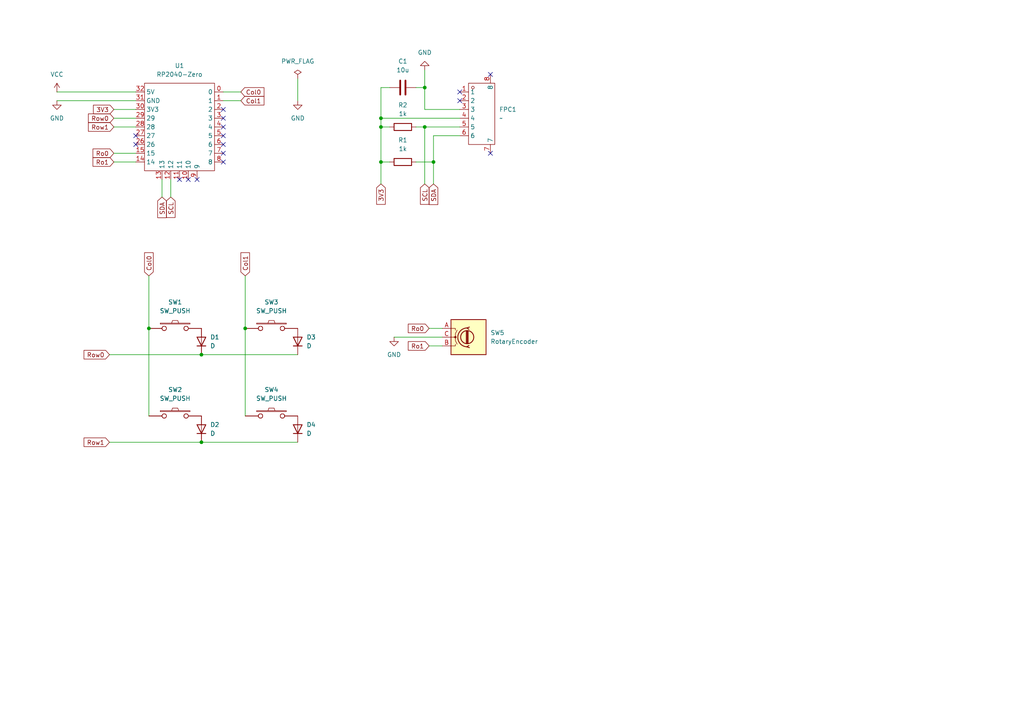
<source format=kicad_sch>
(kicad_sch
	(version 20250114)
	(generator "eeschema")
	(generator_version "9.0")
	(uuid "7a604562-b6af-4d20-abc5-e5d25282a53d")
	(paper "A4")
	(lib_symbols
		(symbol "Device:C"
			(pin_numbers
				(hide yes)
			)
			(pin_names
				(offset 0.254)
			)
			(exclude_from_sim no)
			(in_bom yes)
			(on_board yes)
			(property "Reference" "C"
				(at 0.635 2.54 0)
				(effects
					(font
						(size 1.27 1.27)
					)
					(justify left)
				)
			)
			(property "Value" "C"
				(at 0.635 -2.54 0)
				(effects
					(font
						(size 1.27 1.27)
					)
					(justify left)
				)
			)
			(property "Footprint" ""
				(at 0.9652 -3.81 0)
				(effects
					(font
						(size 1.27 1.27)
					)
					(hide yes)
				)
			)
			(property "Datasheet" "~"
				(at 0 0 0)
				(effects
					(font
						(size 1.27 1.27)
					)
					(hide yes)
				)
			)
			(property "Description" "Unpolarized capacitor"
				(at 0 0 0)
				(effects
					(font
						(size 1.27 1.27)
					)
					(hide yes)
				)
			)
			(property "ki_keywords" "cap capacitor"
				(at 0 0 0)
				(effects
					(font
						(size 1.27 1.27)
					)
					(hide yes)
				)
			)
			(property "ki_fp_filters" "C_*"
				(at 0 0 0)
				(effects
					(font
						(size 1.27 1.27)
					)
					(hide yes)
				)
			)
			(symbol "C_0_1"
				(polyline
					(pts
						(xy -2.032 0.762) (xy 2.032 0.762)
					)
					(stroke
						(width 0.508)
						(type default)
					)
					(fill
						(type none)
					)
				)
				(polyline
					(pts
						(xy -2.032 -0.762) (xy 2.032 -0.762)
					)
					(stroke
						(width 0.508)
						(type default)
					)
					(fill
						(type none)
					)
				)
			)
			(symbol "C_1_1"
				(pin passive line
					(at 0 3.81 270)
					(length 2.794)
					(name "~"
						(effects
							(font
								(size 1.27 1.27)
							)
						)
					)
					(number "1"
						(effects
							(font
								(size 1.27 1.27)
							)
						)
					)
				)
				(pin passive line
					(at 0 -3.81 90)
					(length 2.794)
					(name "~"
						(effects
							(font
								(size 1.27 1.27)
							)
						)
					)
					(number "2"
						(effects
							(font
								(size 1.27 1.27)
							)
						)
					)
				)
			)
			(embedded_fonts no)
		)
		(symbol "Device:D"
			(pin_numbers
				(hide yes)
			)
			(pin_names
				(offset 1.016)
				(hide yes)
			)
			(exclude_from_sim no)
			(in_bom yes)
			(on_board yes)
			(property "Reference" "D"
				(at 0 2.54 0)
				(effects
					(font
						(size 1.27 1.27)
					)
				)
			)
			(property "Value" "D"
				(at 0 -2.54 0)
				(effects
					(font
						(size 1.27 1.27)
					)
				)
			)
			(property "Footprint" ""
				(at 0 0 0)
				(effects
					(font
						(size 1.27 1.27)
					)
					(hide yes)
				)
			)
			(property "Datasheet" "~"
				(at 0 0 0)
				(effects
					(font
						(size 1.27 1.27)
					)
					(hide yes)
				)
			)
			(property "Description" "Diode"
				(at 0 0 0)
				(effects
					(font
						(size 1.27 1.27)
					)
					(hide yes)
				)
			)
			(property "Sim.Device" "D"
				(at 0 0 0)
				(effects
					(font
						(size 1.27 1.27)
					)
					(hide yes)
				)
			)
			(property "Sim.Pins" "1=K 2=A"
				(at 0 0 0)
				(effects
					(font
						(size 1.27 1.27)
					)
					(hide yes)
				)
			)
			(property "ki_keywords" "diode"
				(at 0 0 0)
				(effects
					(font
						(size 1.27 1.27)
					)
					(hide yes)
				)
			)
			(property "ki_fp_filters" "TO-???* *_Diode_* *SingleDiode* D_*"
				(at 0 0 0)
				(effects
					(font
						(size 1.27 1.27)
					)
					(hide yes)
				)
			)
			(symbol "D_0_1"
				(polyline
					(pts
						(xy -1.27 1.27) (xy -1.27 -1.27)
					)
					(stroke
						(width 0.254)
						(type default)
					)
					(fill
						(type none)
					)
				)
				(polyline
					(pts
						(xy 1.27 1.27) (xy 1.27 -1.27) (xy -1.27 0) (xy 1.27 1.27)
					)
					(stroke
						(width 0.254)
						(type default)
					)
					(fill
						(type none)
					)
				)
				(polyline
					(pts
						(xy 1.27 0) (xy -1.27 0)
					)
					(stroke
						(width 0)
						(type default)
					)
					(fill
						(type none)
					)
				)
			)
			(symbol "D_1_1"
				(pin passive line
					(at -3.81 0 0)
					(length 2.54)
					(name "K"
						(effects
							(font
								(size 1.27 1.27)
							)
						)
					)
					(number "1"
						(effects
							(font
								(size 1.27 1.27)
							)
						)
					)
				)
				(pin passive line
					(at 3.81 0 180)
					(length 2.54)
					(name "A"
						(effects
							(font
								(size 1.27 1.27)
							)
						)
					)
					(number "2"
						(effects
							(font
								(size 1.27 1.27)
							)
						)
					)
				)
			)
			(embedded_fonts no)
		)
		(symbol "Device:R"
			(pin_numbers
				(hide yes)
			)
			(pin_names
				(offset 0)
			)
			(exclude_from_sim no)
			(in_bom yes)
			(on_board yes)
			(property "Reference" "R"
				(at 2.032 0 90)
				(effects
					(font
						(size 1.27 1.27)
					)
				)
			)
			(property "Value" "R"
				(at 0 0 90)
				(effects
					(font
						(size 1.27 1.27)
					)
				)
			)
			(property "Footprint" ""
				(at -1.778 0 90)
				(effects
					(font
						(size 1.27 1.27)
					)
					(hide yes)
				)
			)
			(property "Datasheet" "~"
				(at 0 0 0)
				(effects
					(font
						(size 1.27 1.27)
					)
					(hide yes)
				)
			)
			(property "Description" "Resistor"
				(at 0 0 0)
				(effects
					(font
						(size 1.27 1.27)
					)
					(hide yes)
				)
			)
			(property "ki_keywords" "R res resistor"
				(at 0 0 0)
				(effects
					(font
						(size 1.27 1.27)
					)
					(hide yes)
				)
			)
			(property "ki_fp_filters" "R_*"
				(at 0 0 0)
				(effects
					(font
						(size 1.27 1.27)
					)
					(hide yes)
				)
			)
			(symbol "R_0_1"
				(rectangle
					(start -1.016 -2.54)
					(end 1.016 2.54)
					(stroke
						(width 0.254)
						(type default)
					)
					(fill
						(type none)
					)
				)
			)
			(symbol "R_1_1"
				(pin passive line
					(at 0 3.81 270)
					(length 1.27)
					(name "~"
						(effects
							(font
								(size 1.27 1.27)
							)
						)
					)
					(number "1"
						(effects
							(font
								(size 1.27 1.27)
							)
						)
					)
				)
				(pin passive line
					(at 0 -3.81 90)
					(length 1.27)
					(name "~"
						(effects
							(font
								(size 1.27 1.27)
							)
						)
					)
					(number "2"
						(effects
							(font
								(size 1.27 1.27)
							)
						)
					)
				)
			)
			(embedded_fonts no)
		)
		(symbol "Device:RotaryEncoder"
			(pin_names
				(offset 0.254)
				(hide yes)
			)
			(exclude_from_sim no)
			(in_bom yes)
			(on_board yes)
			(property "Reference" "SW"
				(at 0 6.604 0)
				(effects
					(font
						(size 1.27 1.27)
					)
				)
			)
			(property "Value" "RotaryEncoder"
				(at 0 -6.604 0)
				(effects
					(font
						(size 1.27 1.27)
					)
				)
			)
			(property "Footprint" ""
				(at -3.81 4.064 0)
				(effects
					(font
						(size 1.27 1.27)
					)
					(hide yes)
				)
			)
			(property "Datasheet" "~"
				(at 0 6.604 0)
				(effects
					(font
						(size 1.27 1.27)
					)
					(hide yes)
				)
			)
			(property "Description" "Rotary encoder, dual channel, incremental quadrate outputs"
				(at 0 0 0)
				(effects
					(font
						(size 1.27 1.27)
					)
					(hide yes)
				)
			)
			(property "ki_keywords" "rotary switch encoder"
				(at 0 0 0)
				(effects
					(font
						(size 1.27 1.27)
					)
					(hide yes)
				)
			)
			(property "ki_fp_filters" "RotaryEncoder*"
				(at 0 0 0)
				(effects
					(font
						(size 1.27 1.27)
					)
					(hide yes)
				)
			)
			(symbol "RotaryEncoder_0_1"
				(rectangle
					(start -5.08 5.08)
					(end 5.08 -5.08)
					(stroke
						(width 0.254)
						(type default)
					)
					(fill
						(type background)
					)
				)
				(polyline
					(pts
						(xy -5.08 2.54) (xy -3.81 2.54) (xy -3.81 2.032)
					)
					(stroke
						(width 0)
						(type default)
					)
					(fill
						(type none)
					)
				)
				(polyline
					(pts
						(xy -5.08 0) (xy -3.81 0) (xy -3.81 -1.016) (xy -3.302 -2.032)
					)
					(stroke
						(width 0)
						(type default)
					)
					(fill
						(type none)
					)
				)
				(polyline
					(pts
						(xy -5.08 -2.54) (xy -3.81 -2.54) (xy -3.81 -2.032)
					)
					(stroke
						(width 0)
						(type default)
					)
					(fill
						(type none)
					)
				)
				(polyline
					(pts
						(xy -4.318 0) (xy -3.81 0) (xy -3.81 1.016) (xy -3.302 2.032)
					)
					(stroke
						(width 0)
						(type default)
					)
					(fill
						(type none)
					)
				)
				(circle
					(center -3.81 0)
					(radius 0.254)
					(stroke
						(width 0)
						(type default)
					)
					(fill
						(type outline)
					)
				)
				(polyline
					(pts
						(xy -0.635 -1.778) (xy -0.635 1.778)
					)
					(stroke
						(width 0.254)
						(type default)
					)
					(fill
						(type none)
					)
				)
				(circle
					(center -0.381 0)
					(radius 1.905)
					(stroke
						(width 0.254)
						(type default)
					)
					(fill
						(type none)
					)
				)
				(polyline
					(pts
						(xy -0.381 -1.778) (xy -0.381 1.778)
					)
					(stroke
						(width 0.254)
						(type default)
					)
					(fill
						(type none)
					)
				)
				(arc
					(start -0.381 -2.794)
					(mid -3.0988 -0.0635)
					(end -0.381 2.667)
					(stroke
						(width 0.254)
						(type default)
					)
					(fill
						(type none)
					)
				)
				(polyline
					(pts
						(xy -0.127 1.778) (xy -0.127 -1.778)
					)
					(stroke
						(width 0.254)
						(type default)
					)
					(fill
						(type none)
					)
				)
				(polyline
					(pts
						(xy 0.254 2.921) (xy -0.508 2.667) (xy 0.127 2.286)
					)
					(stroke
						(width 0.254)
						(type default)
					)
					(fill
						(type none)
					)
				)
				(polyline
					(pts
						(xy 0.254 -3.048) (xy -0.508 -2.794) (xy 0.127 -2.413)
					)
					(stroke
						(width 0.254)
						(type default)
					)
					(fill
						(type none)
					)
				)
			)
			(symbol "RotaryEncoder_1_1"
				(pin passive line
					(at -7.62 2.54 0)
					(length 2.54)
					(name "A"
						(effects
							(font
								(size 1.27 1.27)
							)
						)
					)
					(number "A"
						(effects
							(font
								(size 1.27 1.27)
							)
						)
					)
				)
				(pin passive line
					(at -7.62 0 0)
					(length 2.54)
					(name "C"
						(effects
							(font
								(size 1.27 1.27)
							)
						)
					)
					(number "C"
						(effects
							(font
								(size 1.27 1.27)
							)
						)
					)
				)
				(pin passive line
					(at -7.62 -2.54 0)
					(length 2.54)
					(name "B"
						(effects
							(font
								(size 1.27 1.27)
							)
						)
					)
					(number "B"
						(effects
							(font
								(size 1.27 1.27)
							)
						)
					)
				)
			)
			(embedded_fonts no)
		)
		(symbol "ProLib_pcs_2025-11-23:FPC-05F-6PH20"
			(exclude_from_sim no)
			(in_bom yes)
			(on_board yes)
			(property "Reference" "FPC"
				(at 0 0 0)
				(effects
					(font
						(size 1.27 1.27)
					)
				)
			)
			(property "Value" ""
				(at 0 0 0)
				(effects
					(font
						(size 1.27 1.27)
					)
				)
			)
			(property "Footprint" "ProLib_pcs_2025-11-23:FPC-SMD_6P-P0.50_XUNPU_FPC-05F-6PH20"
				(at 0 0 0)
				(effects
					(font
						(size 1.27 1.27)
					)
					(hide yes)
				)
			)
			(property "Datasheet" "https://item.szlcsc.com/datasheet/FPC-05F-6PH20/3056894.html"
				(at 0 0 0)
				(effects
					(font
						(size 1.27 1.27)
					)
					(hide yes)
				)
			)
			(property "Description" "Locking Feature:Hinged Lid Contact Type:Surface Mount Number of Contacts:6P Pitch:0.5mm Mounting Type:Bottom Contact FFC, FCB Thickness:0.3mm FFC, FCB Thickness:0.3mm Height Above Board:2mm Contact Material:Phosphor Bronze Contact Plating:Tin Operating Te"
				(at 0 0 0)
				(effects
					(font
						(size 1.27 1.27)
					)
					(hide yes)
				)
			)
			(property "Manufacturer Part" "FPC-05F-6PH20"
				(at 0 0 0)
				(effects
					(font
						(size 1.27 1.27)
					)
					(hide yes)
				)
			)
			(property "Manufacturer" "XUNPU(讯普)"
				(at 0 0 0)
				(effects
					(font
						(size 1.27 1.27)
					)
					(hide yes)
				)
			)
			(property "Supplier Part" "C2856796"
				(at 0 0 0)
				(effects
					(font
						(size 1.27 1.27)
					)
					(hide yes)
				)
			)
			(property "Supplier" "LCSC"
				(at 0 0 0)
				(effects
					(font
						(size 1.27 1.27)
					)
					(hide yes)
				)
			)
			(property "LCSC Part Name" "翻盖式 卧贴 P数:6P 间距:0.5mm"
				(at 0 0 0)
				(effects
					(font
						(size 1.27 1.27)
					)
					(hide yes)
				)
			)
			(symbol "FPC-05F-6PH20_1_0"
				(rectangle
					(start -2.54 -8.89)
					(end 5.08 8.89)
					(stroke
						(width 0)
						(type default)
					)
					(fill
						(type none)
					)
				)
				(circle
					(center -1.27 7.62)
					(radius 0.381)
					(stroke
						(width 0)
						(type default)
					)
					(fill
						(type none)
					)
				)
				(pin input line
					(at -5.08 6.35 0)
					(length 2.54)
					(name "1"
						(effects
							(font
								(size 1.27 1.27)
							)
						)
					)
					(number "1"
						(effects
							(font
								(size 1.27 1.27)
							)
						)
					)
				)
				(pin input line
					(at -5.08 3.81 0)
					(length 2.54)
					(name "2"
						(effects
							(font
								(size 1.27 1.27)
							)
						)
					)
					(number "2"
						(effects
							(font
								(size 1.27 1.27)
							)
						)
					)
				)
				(pin input line
					(at -5.08 1.27 0)
					(length 2.54)
					(name "3"
						(effects
							(font
								(size 1.27 1.27)
							)
						)
					)
					(number "3"
						(effects
							(font
								(size 1.27 1.27)
							)
						)
					)
				)
				(pin input line
					(at -5.08 -1.27 0)
					(length 2.54)
					(name "4"
						(effects
							(font
								(size 1.27 1.27)
							)
						)
					)
					(number "4"
						(effects
							(font
								(size 1.27 1.27)
							)
						)
					)
				)
				(pin input line
					(at -5.08 -3.81 0)
					(length 2.54)
					(name "5"
						(effects
							(font
								(size 1.27 1.27)
							)
						)
					)
					(number "5"
						(effects
							(font
								(size 1.27 1.27)
							)
						)
					)
				)
				(pin input line
					(at -5.08 -6.35 0)
					(length 2.54)
					(name "6"
						(effects
							(font
								(size 1.27 1.27)
							)
						)
					)
					(number "6"
						(effects
							(font
								(size 1.27 1.27)
							)
						)
					)
				)
				(pin input line
					(at 3.81 11.43 270)
					(length 2.54)
					(name "8"
						(effects
							(font
								(size 1.27 1.27)
							)
						)
					)
					(number "8"
						(effects
							(font
								(size 1.27 1.27)
							)
						)
					)
				)
				(pin input line
					(at 3.81 -11.43 90)
					(length 2.54)
					(name "7"
						(effects
							(font
								(size 1.27 1.27)
							)
						)
					)
					(number "7"
						(effects
							(font
								(size 1.27 1.27)
							)
						)
					)
				)
			)
			(embedded_fonts no)
		)
		(symbol "isw-mcu:RP2040-Zero"
			(exclude_from_sim no)
			(in_bom yes)
			(on_board yes)
			(property "Reference" "U"
				(at 0 17.78 0)
				(effects
					(font
						(size 1.27 1.27)
					)
				)
			)
			(property "Value" "RP2040-Zero"
				(at 0 15.24 0)
				(effects
					(font
						(size 1.27 1.27)
					)
				)
			)
			(property "Footprint" ""
				(at 0 15.24 0)
				(effects
					(font
						(size 1.27 1.27)
					)
					(hide yes)
				)
			)
			(property "Datasheet" ""
				(at 0 15.24 0)
				(effects
					(font
						(size 1.27 1.27)
					)
					(hide yes)
				)
			)
			(property "Description" ""
				(at 0 0 0)
				(effects
					(font
						(size 1.27 1.27)
					)
					(hide yes)
				)
			)
			(symbol "RP2040-Zero_0_1"
				(rectangle
					(start -10.16 12.7)
					(end 10.16 -12.7)
					(stroke
						(width 0)
						(type default)
					)
					(fill
						(type none)
					)
				)
			)
			(symbol "RP2040-Zero_1_1"
				(pin power_out line
					(at -12.7 10.16 0)
					(length 2.54)
					(name "5V"
						(effects
							(font
								(size 1.27 1.27)
							)
						)
					)
					(number "32"
						(effects
							(font
								(size 1.27 1.27)
							)
						)
					)
				)
				(pin power_in line
					(at -12.7 7.62 0)
					(length 2.54)
					(name "GND"
						(effects
							(font
								(size 1.27 1.27)
							)
						)
					)
					(number "31"
						(effects
							(font
								(size 1.27 1.27)
							)
						)
					)
				)
				(pin power_out line
					(at -12.7 5.08 0)
					(length 2.54)
					(name "3V3"
						(effects
							(font
								(size 1.27 1.27)
							)
						)
					)
					(number "30"
						(effects
							(font
								(size 1.27 1.27)
							)
						)
					)
				)
				(pin bidirectional line
					(at -12.7 2.54 0)
					(length 2.54)
					(name "29"
						(effects
							(font
								(size 1.27 1.27)
							)
						)
					)
					(number "29"
						(effects
							(font
								(size 1.27 1.27)
							)
						)
					)
				)
				(pin bidirectional line
					(at -12.7 0 0)
					(length 2.54)
					(name "28"
						(effects
							(font
								(size 1.27 1.27)
							)
						)
					)
					(number "28"
						(effects
							(font
								(size 1.27 1.27)
							)
						)
					)
				)
				(pin bidirectional line
					(at -12.7 -2.54 0)
					(length 2.54)
					(name "27"
						(effects
							(font
								(size 1.27 1.27)
							)
						)
					)
					(number "27"
						(effects
							(font
								(size 1.27 1.27)
							)
						)
					)
				)
				(pin bidirectional line
					(at -12.7 -5.08 0)
					(length 2.54)
					(name "26"
						(effects
							(font
								(size 1.27 1.27)
							)
						)
					)
					(number "26"
						(effects
							(font
								(size 1.27 1.27)
							)
						)
					)
				)
				(pin bidirectional line
					(at -12.7 -7.62 0)
					(length 2.54)
					(name "15"
						(effects
							(font
								(size 1.27 1.27)
							)
						)
					)
					(number "15"
						(effects
							(font
								(size 1.27 1.27)
							)
						)
					)
				)
				(pin bidirectional line
					(at -12.7 -10.16 0)
					(length 2.54)
					(name "14"
						(effects
							(font
								(size 1.27 1.27)
							)
						)
					)
					(number "14"
						(effects
							(font
								(size 1.27 1.27)
							)
						)
					)
				)
				(pin bidirectional line
					(at -5.08 -15.24 90)
					(length 2.54)
					(name "13"
						(effects
							(font
								(size 1.27 1.27)
							)
						)
					)
					(number "13"
						(effects
							(font
								(size 1.27 1.27)
							)
						)
					)
				)
				(pin bidirectional line
					(at -2.54 -15.24 90)
					(length 2.54)
					(name "12"
						(effects
							(font
								(size 1.27 1.27)
							)
						)
					)
					(number "12"
						(effects
							(font
								(size 1.27 1.27)
							)
						)
					)
				)
				(pin bidirectional line
					(at 0 -15.24 90)
					(length 2.54)
					(name "11"
						(effects
							(font
								(size 1.27 1.27)
							)
						)
					)
					(number "11"
						(effects
							(font
								(size 1.27 1.27)
							)
						)
					)
				)
				(pin bidirectional line
					(at 2.54 -15.24 90)
					(length 2.54)
					(name "10"
						(effects
							(font
								(size 1.27 1.27)
							)
						)
					)
					(number "10"
						(effects
							(font
								(size 1.27 1.27)
							)
						)
					)
				)
				(pin bidirectional line
					(at 5.08 -15.24 90)
					(length 2.54)
					(name "9"
						(effects
							(font
								(size 1.27 1.27)
							)
						)
					)
					(number "9"
						(effects
							(font
								(size 1.27 1.27)
							)
						)
					)
				)
				(pin tri_state line
					(at 12.7 10.16 180)
					(length 2.54)
					(name "0"
						(effects
							(font
								(size 1.27 1.27)
							)
						)
					)
					(number "0"
						(effects
							(font
								(size 1.27 1.27)
							)
						)
					)
				)
				(pin bidirectional line
					(at 12.7 7.62 180)
					(length 2.54)
					(name "1"
						(effects
							(font
								(size 1.27 1.27)
							)
						)
					)
					(number "1"
						(effects
							(font
								(size 1.27 1.27)
							)
						)
					)
				)
				(pin bidirectional line
					(at 12.7 5.08 180)
					(length 2.54)
					(name "2"
						(effects
							(font
								(size 1.27 1.27)
							)
						)
					)
					(number "2"
						(effects
							(font
								(size 1.27 1.27)
							)
						)
					)
				)
				(pin bidirectional line
					(at 12.7 2.54 180)
					(length 2.54)
					(name "3"
						(effects
							(font
								(size 1.27 1.27)
							)
						)
					)
					(number "3"
						(effects
							(font
								(size 1.27 1.27)
							)
						)
					)
				)
				(pin bidirectional line
					(at 12.7 0 180)
					(length 2.54)
					(name "4"
						(effects
							(font
								(size 1.27 1.27)
							)
						)
					)
					(number "4"
						(effects
							(font
								(size 1.27 1.27)
							)
						)
					)
				)
				(pin bidirectional line
					(at 12.7 -2.54 180)
					(length 2.54)
					(name "5"
						(effects
							(font
								(size 1.27 1.27)
							)
						)
					)
					(number "5"
						(effects
							(font
								(size 1.27 1.27)
							)
						)
					)
				)
				(pin bidirectional line
					(at 12.7 -5.08 180)
					(length 2.54)
					(name "6"
						(effects
							(font
								(size 1.27 1.27)
							)
						)
					)
					(number "6"
						(effects
							(font
								(size 1.27 1.27)
							)
						)
					)
				)
				(pin bidirectional line
					(at 12.7 -7.62 180)
					(length 2.54)
					(name "7"
						(effects
							(font
								(size 1.27 1.27)
							)
						)
					)
					(number "7"
						(effects
							(font
								(size 1.27 1.27)
							)
						)
					)
				)
				(pin bidirectional line
					(at 12.7 -10.16 180)
					(length 2.54)
					(name "8"
						(effects
							(font
								(size 1.27 1.27)
							)
						)
					)
					(number "8"
						(effects
							(font
								(size 1.27 1.27)
							)
						)
					)
				)
			)
			(embedded_fonts no)
		)
		(symbol "kbd:SW_PUSH"
			(pin_numbers
				(hide yes)
			)
			(pin_names
				(offset 1.016)
				(hide yes)
			)
			(exclude_from_sim no)
			(in_bom yes)
			(on_board yes)
			(property "Reference" "SW"
				(at 3.81 2.794 0)
				(effects
					(font
						(size 1.27 1.27)
					)
				)
			)
			(property "Value" "SW_PUSH"
				(at 0 -2.032 0)
				(effects
					(font
						(size 1.27 1.27)
					)
				)
			)
			(property "Footprint" ""
				(at 0 0 0)
				(effects
					(font
						(size 1.27 1.27)
					)
				)
			)
			(property "Datasheet" ""
				(at 0 0 0)
				(effects
					(font
						(size 1.27 1.27)
					)
				)
			)
			(property "Description" ""
				(at 0 0 0)
				(effects
					(font
						(size 1.27 1.27)
					)
					(hide yes)
				)
			)
			(symbol "SW_PUSH_0_1"
				(rectangle
					(start -4.318 1.27)
					(end 4.318 1.524)
					(stroke
						(width 0)
						(type solid)
					)
					(fill
						(type none)
					)
				)
				(polyline
					(pts
						(xy -1.016 1.524) (xy -0.762 2.286) (xy 0.762 2.286) (xy 1.016 1.524)
					)
					(stroke
						(width 0)
						(type solid)
					)
					(fill
						(type none)
					)
				)
				(pin passive inverted
					(at -7.62 0 0)
					(length 5.08)
					(name "1"
						(effects
							(font
								(size 1.27 1.27)
							)
						)
					)
					(number "1"
						(effects
							(font
								(size 1.27 1.27)
							)
						)
					)
				)
				(pin passive inverted
					(at 7.62 0 180)
					(length 5.08)
					(name "2"
						(effects
							(font
								(size 1.27 1.27)
							)
						)
					)
					(number "2"
						(effects
							(font
								(size 1.27 1.27)
							)
						)
					)
				)
			)
			(embedded_fonts no)
		)
		(symbol "power:GND"
			(power)
			(pin_numbers
				(hide yes)
			)
			(pin_names
				(offset 0)
				(hide yes)
			)
			(exclude_from_sim no)
			(in_bom yes)
			(on_board yes)
			(property "Reference" "#PWR"
				(at 0 -6.35 0)
				(effects
					(font
						(size 1.27 1.27)
					)
					(hide yes)
				)
			)
			(property "Value" "GND"
				(at 0 -3.81 0)
				(effects
					(font
						(size 1.27 1.27)
					)
				)
			)
			(property "Footprint" ""
				(at 0 0 0)
				(effects
					(font
						(size 1.27 1.27)
					)
					(hide yes)
				)
			)
			(property "Datasheet" ""
				(at 0 0 0)
				(effects
					(font
						(size 1.27 1.27)
					)
					(hide yes)
				)
			)
			(property "Description" "Power symbol creates a global label with name \"GND\" , ground"
				(at 0 0 0)
				(effects
					(font
						(size 1.27 1.27)
					)
					(hide yes)
				)
			)
			(property "ki_keywords" "global power"
				(at 0 0 0)
				(effects
					(font
						(size 1.27 1.27)
					)
					(hide yes)
				)
			)
			(symbol "GND_0_1"
				(polyline
					(pts
						(xy 0 0) (xy 0 -1.27) (xy 1.27 -1.27) (xy 0 -2.54) (xy -1.27 -1.27) (xy 0 -1.27)
					)
					(stroke
						(width 0)
						(type default)
					)
					(fill
						(type none)
					)
				)
			)
			(symbol "GND_1_1"
				(pin power_in line
					(at 0 0 270)
					(length 0)
					(name "~"
						(effects
							(font
								(size 1.27 1.27)
							)
						)
					)
					(number "1"
						(effects
							(font
								(size 1.27 1.27)
							)
						)
					)
				)
			)
			(embedded_fonts no)
		)
		(symbol "power:PWR_FLAG"
			(power)
			(pin_numbers
				(hide yes)
			)
			(pin_names
				(offset 0)
				(hide yes)
			)
			(exclude_from_sim no)
			(in_bom yes)
			(on_board yes)
			(property "Reference" "#FLG"
				(at 0 1.905 0)
				(effects
					(font
						(size 1.27 1.27)
					)
					(hide yes)
				)
			)
			(property "Value" "PWR_FLAG"
				(at 0 3.81 0)
				(effects
					(font
						(size 1.27 1.27)
					)
				)
			)
			(property "Footprint" ""
				(at 0 0 0)
				(effects
					(font
						(size 1.27 1.27)
					)
					(hide yes)
				)
			)
			(property "Datasheet" "~"
				(at 0 0 0)
				(effects
					(font
						(size 1.27 1.27)
					)
					(hide yes)
				)
			)
			(property "Description" "Special symbol for telling ERC where power comes from"
				(at 0 0 0)
				(effects
					(font
						(size 1.27 1.27)
					)
					(hide yes)
				)
			)
			(property "ki_keywords" "flag power"
				(at 0 0 0)
				(effects
					(font
						(size 1.27 1.27)
					)
					(hide yes)
				)
			)
			(symbol "PWR_FLAG_0_0"
				(pin power_out line
					(at 0 0 90)
					(length 0)
					(name "~"
						(effects
							(font
								(size 1.27 1.27)
							)
						)
					)
					(number "1"
						(effects
							(font
								(size 1.27 1.27)
							)
						)
					)
				)
			)
			(symbol "PWR_FLAG_0_1"
				(polyline
					(pts
						(xy 0 0) (xy 0 1.27) (xy -1.016 1.905) (xy 0 2.54) (xy 1.016 1.905) (xy 0 1.27)
					)
					(stroke
						(width 0)
						(type default)
					)
					(fill
						(type none)
					)
				)
			)
			(embedded_fonts no)
		)
		(symbol "power:VCC"
			(power)
			(pin_numbers
				(hide yes)
			)
			(pin_names
				(offset 0)
				(hide yes)
			)
			(exclude_from_sim no)
			(in_bom yes)
			(on_board yes)
			(property "Reference" "#PWR"
				(at 0 -3.81 0)
				(effects
					(font
						(size 1.27 1.27)
					)
					(hide yes)
				)
			)
			(property "Value" "VCC"
				(at 0 3.556 0)
				(effects
					(font
						(size 1.27 1.27)
					)
				)
			)
			(property "Footprint" ""
				(at 0 0 0)
				(effects
					(font
						(size 1.27 1.27)
					)
					(hide yes)
				)
			)
			(property "Datasheet" ""
				(at 0 0 0)
				(effects
					(font
						(size 1.27 1.27)
					)
					(hide yes)
				)
			)
			(property "Description" "Power symbol creates a global label with name \"VCC\""
				(at 0 0 0)
				(effects
					(font
						(size 1.27 1.27)
					)
					(hide yes)
				)
			)
			(property "ki_keywords" "global power"
				(at 0 0 0)
				(effects
					(font
						(size 1.27 1.27)
					)
					(hide yes)
				)
			)
			(symbol "VCC_0_1"
				(polyline
					(pts
						(xy -0.762 1.27) (xy 0 2.54)
					)
					(stroke
						(width 0)
						(type default)
					)
					(fill
						(type none)
					)
				)
				(polyline
					(pts
						(xy 0 2.54) (xy 0.762 1.27)
					)
					(stroke
						(width 0)
						(type default)
					)
					(fill
						(type none)
					)
				)
				(polyline
					(pts
						(xy 0 0) (xy 0 2.54)
					)
					(stroke
						(width 0)
						(type default)
					)
					(fill
						(type none)
					)
				)
			)
			(symbol "VCC_1_1"
				(pin power_in line
					(at 0 0 90)
					(length 0)
					(name "~"
						(effects
							(font
								(size 1.27 1.27)
							)
						)
					)
					(number "1"
						(effects
							(font
								(size 1.27 1.27)
							)
						)
					)
				)
			)
			(embedded_fonts no)
		)
	)
	(junction
		(at 123.19 25.4)
		(diameter 0)
		(color 0 0 0 0)
		(uuid "0a033ca5-beaa-4da4-b860-2543214cf7e9")
	)
	(junction
		(at 110.49 46.99)
		(diameter 0)
		(color 0 0 0 0)
		(uuid "1667d20d-545a-4188-9945-e93cf96274d8")
	)
	(junction
		(at 110.49 34.29)
		(diameter 0)
		(color 0 0 0 0)
		(uuid "25930639-690f-49ba-882b-f758b11ad914")
	)
	(junction
		(at 125.73 46.99)
		(diameter 0)
		(color 0 0 0 0)
		(uuid "2d902266-720f-4570-a8a6-610ea4745f1b")
	)
	(junction
		(at 71.12 95.25)
		(diameter 0)
		(color 0 0 0 0)
		(uuid "6fb07d88-5686-4da6-bba6-c94429d6b00a")
	)
	(junction
		(at 58.42 102.87)
		(diameter 0)
		(color 0 0 0 0)
		(uuid "8381f8f2-37ce-4412-a692-dfda68c42abd")
	)
	(junction
		(at 58.42 128.27)
		(diameter 0)
		(color 0 0 0 0)
		(uuid "afaac3ff-6177-43a5-8982-3b4bc55204c2")
	)
	(junction
		(at 123.19 36.83)
		(diameter 0)
		(color 0 0 0 0)
		(uuid "b73d725f-cbe9-46a7-a99b-c68d0d598371")
	)
	(junction
		(at 110.49 36.83)
		(diameter 0)
		(color 0 0 0 0)
		(uuid "cc58d1f9-9875-468d-b67b-a9091cbd37d2")
	)
	(junction
		(at 43.18 95.25)
		(diameter 0)
		(color 0 0 0 0)
		(uuid "ddab308e-abda-4743-8a73-2fb1211de5d2")
	)
	(no_connect
		(at 64.77 46.99)
		(uuid "02e8dd05-b88c-4bc5-b4d4-875e1d2b0616")
	)
	(no_connect
		(at 57.15 52.07)
		(uuid "0b2a9c11-29a5-4c62-98d3-dc576eaf695d")
	)
	(no_connect
		(at 54.61 52.07)
		(uuid "0daf3d26-4487-4d00-a49c-148be42bd135")
	)
	(no_connect
		(at 133.35 26.67)
		(uuid "106ba6e0-676d-4ea4-8250-ce18f9de03e6")
	)
	(no_connect
		(at 39.37 41.91)
		(uuid "153357f4-5245-4b15-958e-6962e6b0450b")
	)
	(no_connect
		(at 142.24 44.45)
		(uuid "23f0d799-0f05-4508-8817-04004c616d0d")
	)
	(no_connect
		(at 64.77 36.83)
		(uuid "435444e8-0eae-4ad7-a3a9-33f6d9ed5987")
	)
	(no_connect
		(at 64.77 44.45)
		(uuid "461b8e07-e7e9-456f-be51-a2e308e03e0c")
	)
	(no_connect
		(at 64.77 39.37)
		(uuid "5d664d2e-a5fa-4664-977d-6415f392a975")
	)
	(no_connect
		(at 133.35 29.21)
		(uuid "678dfcb9-ca4e-44da-bd13-15f451f79c60")
	)
	(no_connect
		(at 64.77 31.75)
		(uuid "689a044d-864f-475a-8c56-b1199449a7f5")
	)
	(no_connect
		(at 39.37 39.37)
		(uuid "6aacc0f9-c548-46fd-ac38-ee0b2ebec51f")
	)
	(no_connect
		(at 64.77 34.29)
		(uuid "77c25c88-a23b-4b50-aed6-a873166bd0ca")
	)
	(no_connect
		(at 52.07 52.07)
		(uuid "85a5af03-155d-47b1-8177-6a3a1029d066")
	)
	(no_connect
		(at 142.24 21.59)
		(uuid "db9008d1-9cab-4025-935f-674125f8bdf4")
	)
	(no_connect
		(at 64.77 41.91)
		(uuid "f49489bf-3de8-4ca5-aa1d-14b7aa445661")
	)
	(wire
		(pts
			(xy 120.65 46.99) (xy 125.73 46.99)
		)
		(stroke
			(width 0)
			(type default)
		)
		(uuid "0a9473af-f240-46a3-bb79-4166a839193f")
	)
	(wire
		(pts
			(xy 71.12 80.01) (xy 71.12 95.25)
		)
		(stroke
			(width 0)
			(type default)
		)
		(uuid "11acf964-89eb-479f-bbcd-31bd05f6ecdc")
	)
	(wire
		(pts
			(xy 16.51 29.21) (xy 39.37 29.21)
		)
		(stroke
			(width 0)
			(type default)
		)
		(uuid "11fb6a9a-bcff-49d0-a62c-d15aac3ad820")
	)
	(wire
		(pts
			(xy 125.73 53.34) (xy 125.73 46.99)
		)
		(stroke
			(width 0)
			(type default)
		)
		(uuid "13c06578-2653-4f8b-b6b5-c12b01ec7c4b")
	)
	(wire
		(pts
			(xy 123.19 31.75) (xy 133.35 31.75)
		)
		(stroke
			(width 0)
			(type default)
		)
		(uuid "28db6b0c-e265-49a8-800f-56e3c9001dc4")
	)
	(wire
		(pts
			(xy 120.65 36.83) (xy 123.19 36.83)
		)
		(stroke
			(width 0)
			(type default)
		)
		(uuid "33e87c2c-9105-47f1-a9dd-03b306a22aed")
	)
	(wire
		(pts
			(xy 31.75 102.87) (xy 58.42 102.87)
		)
		(stroke
			(width 0)
			(type default)
		)
		(uuid "37f46f7d-9113-45ea-911c-bbbfeb88be55")
	)
	(wire
		(pts
			(xy 31.75 128.27) (xy 58.42 128.27)
		)
		(stroke
			(width 0)
			(type default)
		)
		(uuid "3d9ba260-3cc2-4c7a-93a2-9feff3ceefb7")
	)
	(wire
		(pts
			(xy 64.77 26.67) (xy 69.85 26.67)
		)
		(stroke
			(width 0)
			(type default)
		)
		(uuid "4267f9d8-aebc-48d9-aa0d-8902bcbbd3fc")
	)
	(wire
		(pts
			(xy 110.49 25.4) (xy 113.03 25.4)
		)
		(stroke
			(width 0)
			(type default)
		)
		(uuid "46eab820-6b89-4eff-a4c1-0f2b40ee553b")
	)
	(wire
		(pts
			(xy 123.19 25.4) (xy 123.19 31.75)
		)
		(stroke
			(width 0)
			(type default)
		)
		(uuid "4bb7daee-bd8e-42a3-b2ec-f0a2a613e383")
	)
	(wire
		(pts
			(xy 46.99 52.07) (xy 46.99 57.15)
		)
		(stroke
			(width 0)
			(type default)
		)
		(uuid "53a513a8-6f05-4ef2-9ec9-ef47b7a7747d")
	)
	(wire
		(pts
			(xy 43.18 95.25) (xy 43.18 120.65)
		)
		(stroke
			(width 0)
			(type default)
		)
		(uuid "55efc16d-aaec-4fd0-b5d7-f69979ce4fa6")
	)
	(wire
		(pts
			(xy 125.73 46.99) (xy 125.73 39.37)
		)
		(stroke
			(width 0)
			(type default)
		)
		(uuid "5c4f4c9f-ecdc-4fc5-93fd-38b4bb69d0c0")
	)
	(wire
		(pts
			(xy 33.02 31.75) (xy 39.37 31.75)
		)
		(stroke
			(width 0)
			(type default)
		)
		(uuid "5d4b76a9-fe35-4acc-b369-18137a4bc8a4")
	)
	(wire
		(pts
			(xy 71.12 95.25) (xy 71.12 120.65)
		)
		(stroke
			(width 0)
			(type default)
		)
		(uuid "5f0c0e8b-dcca-4ea3-95d2-e55a677ef002")
	)
	(wire
		(pts
			(xy 123.19 36.83) (xy 123.19 53.34)
		)
		(stroke
			(width 0)
			(type default)
		)
		(uuid "6084a29d-34e9-4710-b57e-b32eb7dcf125")
	)
	(wire
		(pts
			(xy 124.46 95.25) (xy 128.27 95.25)
		)
		(stroke
			(width 0)
			(type default)
		)
		(uuid "618ae9ae-02e8-4091-a4fb-ea172bc18d58")
	)
	(wire
		(pts
			(xy 33.02 46.99) (xy 39.37 46.99)
		)
		(stroke
			(width 0)
			(type default)
		)
		(uuid "6b446be2-8b5f-4670-b841-81a454fe9c14")
	)
	(wire
		(pts
			(xy 110.49 46.99) (xy 110.49 36.83)
		)
		(stroke
			(width 0)
			(type default)
		)
		(uuid "6e875005-bdd7-44c0-ab9f-7f4fc926fd45")
	)
	(wire
		(pts
			(xy 64.77 29.21) (xy 69.85 29.21)
		)
		(stroke
			(width 0)
			(type default)
		)
		(uuid "70f9b2b1-7707-4c51-b6c3-a385f71f233c")
	)
	(wire
		(pts
			(xy 114.3 97.79) (xy 128.27 97.79)
		)
		(stroke
			(width 0)
			(type default)
		)
		(uuid "7210d677-26c8-4531-a473-ee1d8361559a")
	)
	(wire
		(pts
			(xy 120.65 25.4) (xy 123.19 25.4)
		)
		(stroke
			(width 0)
			(type default)
		)
		(uuid "737da6a4-3e70-414f-8c8b-21cadcfe0728")
	)
	(wire
		(pts
			(xy 33.02 36.83) (xy 39.37 36.83)
		)
		(stroke
			(width 0)
			(type default)
		)
		(uuid "7d83e42c-1e4f-4163-bdfb-ba6da65d374b")
	)
	(wire
		(pts
			(xy 43.18 80.01) (xy 43.18 95.25)
		)
		(stroke
			(width 0)
			(type default)
		)
		(uuid "8317c0a8-1bae-4bfa-9238-78303db9ba2e")
	)
	(wire
		(pts
			(xy 110.49 46.99) (xy 113.03 46.99)
		)
		(stroke
			(width 0)
			(type default)
		)
		(uuid "87facd98-1efb-4a3b-9885-e2133e710f58")
	)
	(wire
		(pts
			(xy 49.53 52.07) (xy 49.53 57.15)
		)
		(stroke
			(width 0)
			(type default)
		)
		(uuid "8839d4c9-b616-4880-bd87-c41a4215423f")
	)
	(wire
		(pts
			(xy 123.19 36.83) (xy 133.35 36.83)
		)
		(stroke
			(width 0)
			(type default)
		)
		(uuid "8986b2d9-a0f7-4be5-909c-2dfd137528fd")
	)
	(wire
		(pts
			(xy 110.49 36.83) (xy 110.49 34.29)
		)
		(stroke
			(width 0)
			(type default)
		)
		(uuid "942bf081-a24e-4b43-a3e3-92b3076a7b85")
	)
	(wire
		(pts
			(xy 125.73 39.37) (xy 133.35 39.37)
		)
		(stroke
			(width 0)
			(type default)
		)
		(uuid "960c96ca-fafd-443e-8872-f6afd622d035")
	)
	(wire
		(pts
			(xy 110.49 36.83) (xy 113.03 36.83)
		)
		(stroke
			(width 0)
			(type default)
		)
		(uuid "96b57f20-1ea4-4f30-8fc7-26d4b8058b9a")
	)
	(wire
		(pts
			(xy 124.46 100.33) (xy 128.27 100.33)
		)
		(stroke
			(width 0)
			(type default)
		)
		(uuid "9d34fb2c-2a49-4497-a9fd-ddf421c3792e")
	)
	(wire
		(pts
			(xy 123.19 20.32) (xy 123.19 25.4)
		)
		(stroke
			(width 0)
			(type default)
		)
		(uuid "a36ec8ce-696e-4e87-9b7d-11065cd3d181")
	)
	(wire
		(pts
			(xy 58.42 102.87) (xy 86.36 102.87)
		)
		(stroke
			(width 0)
			(type default)
		)
		(uuid "ae821d85-9178-4fd6-a57e-7513b8552c42")
	)
	(wire
		(pts
			(xy 110.49 34.29) (xy 110.49 25.4)
		)
		(stroke
			(width 0)
			(type default)
		)
		(uuid "aecfd46b-8dbd-4fb8-a040-211ac89f8aef")
	)
	(wire
		(pts
			(xy 33.02 44.45) (xy 39.37 44.45)
		)
		(stroke
			(width 0)
			(type default)
		)
		(uuid "b6ebf09b-be80-4242-a87f-28b1afb5fcb3")
	)
	(wire
		(pts
			(xy 33.02 34.29) (xy 39.37 34.29)
		)
		(stroke
			(width 0)
			(type default)
		)
		(uuid "c6c8811a-4446-4b41-8fa3-97d788e5e03d")
	)
	(wire
		(pts
			(xy 58.42 128.27) (xy 86.36 128.27)
		)
		(stroke
			(width 0)
			(type default)
		)
		(uuid "cd2ad208-afc8-4619-9b3e-a8360acc3602")
	)
	(wire
		(pts
			(xy 110.49 53.34) (xy 110.49 46.99)
		)
		(stroke
			(width 0)
			(type default)
		)
		(uuid "d5636a19-c536-4b82-bf4c-78161fe7589d")
	)
	(wire
		(pts
			(xy 86.36 22.86) (xy 86.36 29.21)
		)
		(stroke
			(width 0)
			(type default)
		)
		(uuid "f2ff83ad-ebfd-4a07-a403-7f7b31c4cbae")
	)
	(wire
		(pts
			(xy 110.49 34.29) (xy 133.35 34.29)
		)
		(stroke
			(width 0)
			(type default)
		)
		(uuid "f93d6a74-d12c-407f-a66a-e7914a96987d")
	)
	(wire
		(pts
			(xy 16.51 26.67) (xy 39.37 26.67)
		)
		(stroke
			(width 0)
			(type default)
		)
		(uuid "fe895e75-7639-4576-9d5a-71dc4de6bf44")
	)
	(global_label "Col1"
		(shape input)
		(at 69.85 29.21 0)
		(fields_autoplaced yes)
		(effects
			(font
				(size 1.27 1.27)
			)
			(justify left)
		)
		(uuid "09a7ab30-8b17-4670-be97-24381509e0e1")
		(property "Intersheetrefs" "${INTERSHEET_REFS}"
			(at 77.1289 29.21 0)
			(effects
				(font
					(size 1.27 1.27)
				)
				(justify left)
				(hide yes)
			)
		)
	)
	(global_label "Col1"
		(shape input)
		(at 71.12 80.01 90)
		(fields_autoplaced yes)
		(effects
			(font
				(size 1.27 1.27)
			)
			(justify left)
		)
		(uuid "198d444e-74df-441f-b068-58d0184cafaa")
		(property "Intersheetrefs" "${INTERSHEET_REFS}"
			(at 71.12 72.7311 90)
			(effects
				(font
					(size 1.27 1.27)
				)
				(justify left)
				(hide yes)
			)
		)
	)
	(global_label "SCL"
		(shape input)
		(at 123.19 53.34 270)
		(fields_autoplaced yes)
		(effects
			(font
				(size 1.27 1.27)
			)
			(justify right)
		)
		(uuid "1ff80d5b-db42-49f7-8dc5-a9330e722596")
		(property "Intersheetrefs" "${INTERSHEET_REFS}"
			(at 123.19 59.8328 90)
			(effects
				(font
					(size 1.27 1.27)
				)
				(justify right)
				(hide yes)
			)
		)
	)
	(global_label "SDA"
		(shape input)
		(at 46.99 57.15 270)
		(fields_autoplaced yes)
		(effects
			(font
				(size 1.27 1.27)
			)
			(justify right)
		)
		(uuid "23ecd13b-67ae-41a7-b24e-7c3c793bcd87")
		(property "Intersheetrefs" "${INTERSHEET_REFS}"
			(at 46.99 63.7033 90)
			(effects
				(font
					(size 1.27 1.27)
				)
				(justify right)
				(hide yes)
			)
		)
	)
	(global_label "3V3"
		(shape input)
		(at 110.49 53.34 270)
		(fields_autoplaced yes)
		(effects
			(font
				(size 1.27 1.27)
			)
			(justify right)
		)
		(uuid "2d139a13-b965-499c-bf2c-ff52ab4f005e")
		(property "Intersheetrefs" "${INTERSHEET_REFS}"
			(at 110.49 59.8328 90)
			(effects
				(font
					(size 1.27 1.27)
				)
				(justify right)
				(hide yes)
			)
		)
	)
	(global_label "SDA"
		(shape input)
		(at 125.73 53.34 270)
		(fields_autoplaced yes)
		(effects
			(font
				(size 1.27 1.27)
			)
			(justify right)
		)
		(uuid "33964518-e0e4-4059-b621-c39192943635")
		(property "Intersheetrefs" "${INTERSHEET_REFS}"
			(at 125.73 59.8933 90)
			(effects
				(font
					(size 1.27 1.27)
				)
				(justify right)
				(hide yes)
			)
		)
	)
	(global_label "SCL"
		(shape input)
		(at 49.53 57.15 270)
		(fields_autoplaced yes)
		(effects
			(font
				(size 1.27 1.27)
			)
			(justify right)
		)
		(uuid "42fcdb6b-cfef-45d1-ba77-b6dad8d46262")
		(property "Intersheetrefs" "${INTERSHEET_REFS}"
			(at 49.53 63.6428 90)
			(effects
				(font
					(size 1.27 1.27)
				)
				(justify right)
				(hide yes)
			)
		)
	)
	(global_label "Ro1"
		(shape input)
		(at 33.02 46.99 180)
		(fields_autoplaced yes)
		(effects
			(font
				(size 1.27 1.27)
			)
			(justify right)
		)
		(uuid "4ce8229f-95aa-4399-ba95-0090e4665826")
		(property "Intersheetrefs" "${INTERSHEET_REFS}"
			(at 26.4063 46.99 0)
			(effects
				(font
					(size 1.27 1.27)
				)
				(justify right)
				(hide yes)
			)
		)
	)
	(global_label "Ro1"
		(shape input)
		(at 124.46 100.33 180)
		(fields_autoplaced yes)
		(effects
			(font
				(size 1.27 1.27)
			)
			(justify right)
		)
		(uuid "59798990-9ab6-4cf6-aca3-1a2021f178ff")
		(property "Intersheetrefs" "${INTERSHEET_REFS}"
			(at 117.8463 100.33 0)
			(effects
				(font
					(size 1.27 1.27)
				)
				(justify right)
				(hide yes)
			)
		)
	)
	(global_label "Ro0"
		(shape input)
		(at 124.46 95.25 180)
		(fields_autoplaced yes)
		(effects
			(font
				(size 1.27 1.27)
			)
			(justify right)
		)
		(uuid "6ea5cb3a-5d8f-40b5-ac0a-7f45f9ca685d")
		(property "Intersheetrefs" "${INTERSHEET_REFS}"
			(at 117.8463 95.25 0)
			(effects
				(font
					(size 1.27 1.27)
				)
				(justify right)
				(hide yes)
			)
		)
	)
	(global_label "Row1"
		(shape input)
		(at 31.75 128.27 180)
		(fields_autoplaced yes)
		(effects
			(font
				(size 1.27 1.27)
			)
			(justify right)
		)
		(uuid "7e1e039e-e8c8-498c-8e55-2548a1054e46")
		(property "Intersheetrefs" "${INTERSHEET_REFS}"
			(at 23.8058 128.27 0)
			(effects
				(font
					(size 1.27 1.27)
				)
				(justify right)
				(hide yes)
			)
		)
	)
	(global_label "3V3"
		(shape input)
		(at 33.02 31.75 180)
		(fields_autoplaced yes)
		(effects
			(font
				(size 1.27 1.27)
			)
			(justify right)
		)
		(uuid "8bea7af9-a607-458c-bedc-320c36b70e35")
		(property "Intersheetrefs" "${INTERSHEET_REFS}"
			(at 26.6482 31.75 0)
			(effects
				(font
					(size 1.27 1.27)
				)
				(justify right)
				(hide yes)
			)
		)
	)
	(global_label "Row0"
		(shape input)
		(at 31.75 102.87 180)
		(fields_autoplaced yes)
		(effects
			(font
				(size 1.27 1.27)
			)
			(justify right)
		)
		(uuid "91ee94cf-baf1-4f39-8a27-fa426cd11984")
		(property "Intersheetrefs" "${INTERSHEET_REFS}"
			(at 23.8058 102.87 0)
			(effects
				(font
					(size 1.27 1.27)
				)
				(justify right)
				(hide yes)
			)
		)
	)
	(global_label "Col0"
		(shape input)
		(at 69.85 26.67 0)
		(fields_autoplaced yes)
		(effects
			(font
				(size 1.27 1.27)
			)
			(justify left)
		)
		(uuid "a29801fc-a5c7-4882-b2e5-63e28fc847ce")
		(property "Intersheetrefs" "${INTERSHEET_REFS}"
			(at 77.1289 26.67 0)
			(effects
				(font
					(size 1.27 1.27)
				)
				(justify left)
				(hide yes)
			)
		)
	)
	(global_label "Row1"
		(shape input)
		(at 33.02 36.83 180)
		(fields_autoplaced yes)
		(effects
			(font
				(size 1.27 1.27)
			)
			(justify right)
		)
		(uuid "b444dd9d-ce0d-436c-a92d-83050888d204")
		(property "Intersheetrefs" "${INTERSHEET_REFS}"
			(at 25.0758 36.83 0)
			(effects
				(font
					(size 1.27 1.27)
				)
				(justify right)
				(hide yes)
			)
		)
	)
	(global_label "Row0"
		(shape input)
		(at 33.02 34.29 180)
		(fields_autoplaced yes)
		(effects
			(font
				(size 1.27 1.27)
			)
			(justify right)
		)
		(uuid "c75b8936-fdf2-4426-9461-59209d42ed9d")
		(property "Intersheetrefs" "${INTERSHEET_REFS}"
			(at 25.0758 34.29 0)
			(effects
				(font
					(size 1.27 1.27)
				)
				(justify right)
				(hide yes)
			)
		)
	)
	(global_label "Col0"
		(shape input)
		(at 43.18 80.01 90)
		(fields_autoplaced yes)
		(effects
			(font
				(size 1.27 1.27)
			)
			(justify left)
		)
		(uuid "d6d7514c-d41e-467e-bf50-9925beffe7a6")
		(property "Intersheetrefs" "${INTERSHEET_REFS}"
			(at 43.18 72.7311 90)
			(effects
				(font
					(size 1.27 1.27)
				)
				(justify left)
				(hide yes)
			)
		)
	)
	(global_label "Ro0"
		(shape input)
		(at 33.02 44.45 180)
		(fields_autoplaced yes)
		(effects
			(font
				(size 1.27 1.27)
			)
			(justify right)
		)
		(uuid "ec7cd5c0-4982-4f53-b67f-4aa037c38294")
		(property "Intersheetrefs" "${INTERSHEET_REFS}"
			(at 26.4063 44.45 0)
			(effects
				(font
					(size 1.27 1.27)
				)
				(justify right)
				(hide yes)
			)
		)
	)
	(symbol
		(lib_id "Device:D")
		(at 58.42 99.06 90)
		(unit 1)
		(exclude_from_sim no)
		(in_bom yes)
		(on_board yes)
		(dnp no)
		(fields_autoplaced yes)
		(uuid "0a077cd9-7e80-4c8f-b2a5-a782cafa93c3")
		(property "Reference" "D1"
			(at 60.96 97.7899 90)
			(effects
				(font
					(size 1.27 1.27)
				)
				(justify right)
			)
		)
		(property "Value" "D"
			(at 60.96 100.3299 90)
			(effects
				(font
					(size 1.27 1.27)
				)
				(justify right)
			)
		)
		(property "Footprint" ""
			(at 58.42 99.06 0)
			(effects
				(font
					(size 1.27 1.27)
				)
				(hide yes)
			)
		)
		(property "Datasheet" "~"
			(at 58.42 99.06 0)
			(effects
				(font
					(size 1.27 1.27)
				)
				(hide yes)
			)
		)
		(property "Description" "Diode"
			(at 58.42 99.06 0)
			(effects
				(font
					(size 1.27 1.27)
				)
				(hide yes)
			)
		)
		(property "Sim.Device" "D"
			(at 58.42 99.06 0)
			(effects
				(font
					(size 1.27 1.27)
				)
				(hide yes)
			)
		)
		(property "Sim.Pins" "1=K 2=A"
			(at 58.42 99.06 0)
			(effects
				(font
					(size 1.27 1.27)
				)
				(hide yes)
			)
		)
		(pin "1"
			(uuid "7bbb0fb0-c0c6-4c9c-937c-d030d065c086")
		)
		(pin "2"
			(uuid "bca499d6-7093-4ad5-910d-ad99f32d7000")
		)
		(instances
			(project ""
				(path "/7a604562-b6af-4d20-abc5-e5d25282a53d"
					(reference "D1")
					(unit 1)
				)
			)
		)
	)
	(symbol
		(lib_id "Device:R")
		(at 116.84 46.99 90)
		(unit 1)
		(exclude_from_sim no)
		(in_bom yes)
		(on_board yes)
		(dnp no)
		(fields_autoplaced yes)
		(uuid "1d4f2f98-f806-4744-b01e-de7c3c96d171")
		(property "Reference" "R1"
			(at 116.84 40.64 90)
			(effects
				(font
					(size 1.27 1.27)
				)
			)
		)
		(property "Value" "1k"
			(at 116.84 43.18 90)
			(effects
				(font
					(size 1.27 1.27)
				)
			)
		)
		(property "Footprint" ""
			(at 116.84 48.768 90)
			(effects
				(font
					(size 1.27 1.27)
				)
				(hide yes)
			)
		)
		(property "Datasheet" "~"
			(at 116.84 46.99 0)
			(effects
				(font
					(size 1.27 1.27)
				)
				(hide yes)
			)
		)
		(property "Description" "Resistor"
			(at 116.84 46.99 0)
			(effects
				(font
					(size 1.27 1.27)
				)
				(hide yes)
			)
		)
		(pin "1"
			(uuid "c0134fae-6cdd-4fab-b419-504c6eff694d")
		)
		(pin "2"
			(uuid "c714aba6-1d0a-4b15-bf8f-3a1f66ddbd8f")
		)
		(instances
			(project ""
				(path "/7a604562-b6af-4d20-abc5-e5d25282a53d"
					(reference "R1")
					(unit 1)
				)
			)
		)
	)
	(symbol
		(lib_id "kbd:SW_PUSH")
		(at 78.74 120.65 0)
		(unit 1)
		(exclude_from_sim no)
		(in_bom yes)
		(on_board yes)
		(dnp no)
		(fields_autoplaced yes)
		(uuid "2ad575aa-388a-45a2-99e9-0ecc623cc3bc")
		(property "Reference" "SW4"
			(at 78.74 113.03 0)
			(effects
				(font
					(size 1.27 1.27)
				)
			)
		)
		(property "Value" "SW_PUSH"
			(at 78.74 115.57 0)
			(effects
				(font
					(size 1.27 1.27)
				)
			)
		)
		(property "Footprint" ""
			(at 78.74 120.65 0)
			(effects
				(font
					(size 1.27 1.27)
				)
			)
		)
		(property "Datasheet" ""
			(at 78.74 120.65 0)
			(effects
				(font
					(size 1.27 1.27)
				)
			)
		)
		(property "Description" ""
			(at 78.74 120.65 0)
			(effects
				(font
					(size 1.27 1.27)
				)
				(hide yes)
			)
		)
		(pin "2"
			(uuid "61f69f9c-a1c7-4c50-bbdf-44cf69d628b4")
		)
		(pin "1"
			(uuid "1de66c5c-e45b-4671-aee7-ccb79ea826be")
		)
		(instances
			(project ""
				(path "/7a604562-b6af-4d20-abc5-e5d25282a53d"
					(reference "SW4")
					(unit 1)
				)
			)
		)
	)
	(symbol
		(lib_id "kbd:SW_PUSH")
		(at 50.8 95.25 0)
		(unit 1)
		(exclude_from_sim no)
		(in_bom yes)
		(on_board yes)
		(dnp no)
		(fields_autoplaced yes)
		(uuid "2d4ba8cc-81fb-4695-9e44-402b3f0e74f7")
		(property "Reference" "SW1"
			(at 50.8 87.63 0)
			(effects
				(font
					(size 1.27 1.27)
				)
			)
		)
		(property "Value" "SW_PUSH"
			(at 50.8 90.17 0)
			(effects
				(font
					(size 1.27 1.27)
				)
			)
		)
		(property "Footprint" ""
			(at 50.8 95.25 0)
			(effects
				(font
					(size 1.27 1.27)
				)
			)
		)
		(property "Datasheet" ""
			(at 50.8 95.25 0)
			(effects
				(font
					(size 1.27 1.27)
				)
			)
		)
		(property "Description" ""
			(at 50.8 95.25 0)
			(effects
				(font
					(size 1.27 1.27)
				)
				(hide yes)
			)
		)
		(pin "2"
			(uuid "94ca3d75-ff2f-4aa9-a124-19915591202d")
		)
		(pin "1"
			(uuid "50f68624-86a2-4e8c-875a-bea7ca9b7f52")
		)
		(instances
			(project ""
				(path "/7a604562-b6af-4d20-abc5-e5d25282a53d"
					(reference "SW1")
					(unit 1)
				)
			)
		)
	)
	(symbol
		(lib_id "power:GND")
		(at 123.19 20.32 180)
		(unit 1)
		(exclude_from_sim no)
		(in_bom yes)
		(on_board yes)
		(dnp no)
		(fields_autoplaced yes)
		(uuid "34306b2c-9f47-4c3e-8323-06f7d97cad41")
		(property "Reference" "#PWR03"
			(at 123.19 13.97 0)
			(effects
				(font
					(size 1.27 1.27)
				)
				(hide yes)
			)
		)
		(property "Value" "GND"
			(at 123.19 15.24 0)
			(effects
				(font
					(size 1.27 1.27)
				)
			)
		)
		(property "Footprint" ""
			(at 123.19 20.32 0)
			(effects
				(font
					(size 1.27 1.27)
				)
				(hide yes)
			)
		)
		(property "Datasheet" ""
			(at 123.19 20.32 0)
			(effects
				(font
					(size 1.27 1.27)
				)
				(hide yes)
			)
		)
		(property "Description" "Power symbol creates a global label with name \"GND\" , ground"
			(at 123.19 20.32 0)
			(effects
				(font
					(size 1.27 1.27)
				)
				(hide yes)
			)
		)
		(pin "1"
			(uuid "24963b7c-f2f5-436e-af1e-3d99b1006541")
		)
		(instances
			(project ""
				(path "/7a604562-b6af-4d20-abc5-e5d25282a53d"
					(reference "#PWR03")
					(unit 1)
				)
			)
		)
	)
	(symbol
		(lib_id "Device:R")
		(at 116.84 36.83 270)
		(unit 1)
		(exclude_from_sim no)
		(in_bom yes)
		(on_board yes)
		(dnp no)
		(fields_autoplaced yes)
		(uuid "3efb6d19-6f21-4daa-9906-98d1c246ce37")
		(property "Reference" "R2"
			(at 116.84 30.48 90)
			(effects
				(font
					(size 1.27 1.27)
				)
			)
		)
		(property "Value" "1k"
			(at 116.84 33.02 90)
			(effects
				(font
					(size 1.27 1.27)
				)
			)
		)
		(property "Footprint" ""
			(at 116.84 35.052 90)
			(effects
				(font
					(size 1.27 1.27)
				)
				(hide yes)
			)
		)
		(property "Datasheet" "~"
			(at 116.84 36.83 0)
			(effects
				(font
					(size 1.27 1.27)
				)
				(hide yes)
			)
		)
		(property "Description" "Resistor"
			(at 116.84 36.83 0)
			(effects
				(font
					(size 1.27 1.27)
				)
				(hide yes)
			)
		)
		(pin "2"
			(uuid "bd0a2ca8-a7f4-4f7d-b1f2-68d47a5bd85c")
		)
		(pin "1"
			(uuid "93b7cb11-b2ce-4c71-9fbf-70a19130c3fe")
		)
		(instances
			(project ""
				(path "/7a604562-b6af-4d20-abc5-e5d25282a53d"
					(reference "R2")
					(unit 1)
				)
			)
		)
	)
	(symbol
		(lib_id "ProLib_pcs_2025-11-23:FPC-05F-6PH20")
		(at 138.43 33.02 0)
		(unit 1)
		(exclude_from_sim no)
		(in_bom yes)
		(on_board yes)
		(dnp no)
		(fields_autoplaced yes)
		(uuid "41bf53a8-bcb5-44d9-a7c1-4eaaa75a4b5c")
		(property "Reference" "FPC1"
			(at 144.78 31.7499 0)
			(effects
				(font
					(size 1.27 1.27)
				)
				(justify left)
			)
		)
		(property "Value" "~"
			(at 144.78 34.2899 0)
			(effects
				(font
					(size 1.27 1.27)
				)
				(justify left)
			)
		)
		(property "Footprint" "ProLib_pcs_2025-11-23:FPC-SMD_6P-P0.50_XUNPU_FPC-05F-6PH20"
			(at 138.43 33.02 0)
			(effects
				(font
					(size 1.27 1.27)
				)
				(hide yes)
			)
		)
		(property "Datasheet" "https://item.szlcsc.com/datasheet/FPC-05F-6PH20/3056894.html"
			(at 138.43 33.02 0)
			(effects
				(font
					(size 1.27 1.27)
				)
				(hide yes)
			)
		)
		(property "Description" "Locking Feature:Hinged Lid Contact Type:Surface Mount Number of Contacts:6P Pitch:0.5mm Mounting Type:Bottom Contact FFC, FCB Thickness:0.3mm FFC, FCB Thickness:0.3mm Height Above Board:2mm Contact Material:Phosphor Bronze Contact Plating:Tin Operating Te"
			(at 138.43 33.02 0)
			(effects
				(font
					(size 1.27 1.27)
				)
				(hide yes)
			)
		)
		(property "Manufacturer Part" "FPC-05F-6PH20"
			(at 138.43 33.02 0)
			(effects
				(font
					(size 1.27 1.27)
				)
				(hide yes)
			)
		)
		(property "Manufacturer" "XUNPU(讯普)"
			(at 138.43 33.02 0)
			(effects
				(font
					(size 1.27 1.27)
				)
				(hide yes)
			)
		)
		(property "Supplier Part" "C2856796"
			(at 138.43 33.02 0)
			(effects
				(font
					(size 1.27 1.27)
				)
				(hide yes)
			)
		)
		(property "Supplier" "LCSC"
			(at 138.43 33.02 0)
			(effects
				(font
					(size 1.27 1.27)
				)
				(hide yes)
			)
		)
		(property "LCSC Part Name" "翻盖式 卧贴 P数:6P 间距:0.5mm"
			(at 138.43 33.02 0)
			(effects
				(font
					(size 1.27 1.27)
				)
				(hide yes)
			)
		)
		(pin "1"
			(uuid "7541f43c-b238-4501-a870-15e34002cbfd")
		)
		(pin "2"
			(uuid "eaef2e58-9605-48cd-becf-a75f8f676ccc")
		)
		(pin "4"
			(uuid "ff35c2c5-23c6-4f30-b5e2-5e5f01f0b241")
		)
		(pin "5"
			(uuid "c76bf2cf-ad09-43a7-94a6-281f95e85692")
		)
		(pin "3"
			(uuid "81737858-a91d-4a3b-a19f-5dbed951e017")
		)
		(pin "6"
			(uuid "dd848da4-046f-46a7-b6e9-b75935e45e21")
		)
		(pin "7"
			(uuid "7bad5a22-a707-48ed-91d5-8ba4afde21b6")
		)
		(pin "8"
			(uuid "9f9d3630-6a57-4f92-8b65-5c2db1672e4f")
		)
		(instances
			(project ""
				(path "/7a604562-b6af-4d20-abc5-e5d25282a53d"
					(reference "FPC1")
					(unit 1)
				)
			)
		)
	)
	(symbol
		(lib_id "isw-mcu:RP2040-Zero")
		(at 52.07 36.83 0)
		(unit 1)
		(exclude_from_sim no)
		(in_bom yes)
		(on_board yes)
		(dnp no)
		(fields_autoplaced yes)
		(uuid "48feed6b-fb52-49ae-9286-4815d9bdfda9")
		(property "Reference" "U1"
			(at 52.07 19.05 0)
			(effects
				(font
					(size 1.27 1.27)
				)
			)
		)
		(property "Value" "RP2040-Zero"
			(at 52.07 21.59 0)
			(effects
				(font
					(size 1.27 1.27)
				)
			)
		)
		(property "Footprint" ""
			(at 52.07 21.59 0)
			(effects
				(font
					(size 1.27 1.27)
				)
				(hide yes)
			)
		)
		(property "Datasheet" ""
			(at 52.07 21.59 0)
			(effects
				(font
					(size 1.27 1.27)
				)
				(hide yes)
			)
		)
		(property "Description" ""
			(at 52.07 36.83 0)
			(effects
				(font
					(size 1.27 1.27)
				)
				(hide yes)
			)
		)
		(pin "14"
			(uuid "3ec386a8-e8d4-4486-8697-1472c5d97423")
		)
		(pin "6"
			(uuid "df23562f-f9b6-4bf5-9269-89dc7286c775")
		)
		(pin "29"
			(uuid "422f32c3-7d0a-42b8-b61f-78fe1e80cfc6")
		)
		(pin "28"
			(uuid "38f10629-be4f-4961-84d1-b64ea2a53cf0")
		)
		(pin "13"
			(uuid "dd66563e-105a-41ef-9d2a-f7d1f4c69bd2")
		)
		(pin "0"
			(uuid "aa4fc49e-704d-439e-91ee-19cc923217be")
		)
		(pin "26"
			(uuid "543b50f2-4d1c-4828-b296-f8d588279b6c")
		)
		(pin "2"
			(uuid "5cdf1be8-f61a-4197-bcdc-837e114269ab")
		)
		(pin "3"
			(uuid "3e123758-db7e-42a2-b90d-2151c3e1ad0a")
		)
		(pin "11"
			(uuid "6674fad6-7a08-43c7-944c-4a18e80b73b5")
		)
		(pin "30"
			(uuid "74528cc4-7410-44da-a387-bd2a2535a6c5")
		)
		(pin "12"
			(uuid "46390e5d-cb7a-4d67-bf9f-c3e7581f2257")
		)
		(pin "10"
			(uuid "20fd2f51-45f9-41bb-bee6-2da5f50582b6")
		)
		(pin "15"
			(uuid "b2d6107c-04f8-4c35-a94a-02a64a4b7f94")
		)
		(pin "4"
			(uuid "e6c6ed59-d646-4123-bc0f-5d892fe386cd")
		)
		(pin "31"
			(uuid "80286ed4-f5fb-4adb-865e-2603245bffb6")
		)
		(pin "32"
			(uuid "59c91525-5643-450a-9d75-f8d66ef436e1")
		)
		(pin "27"
			(uuid "6f07e5c9-381b-480a-8f47-06d364a59483")
		)
		(pin "1"
			(uuid "ea649f8a-d92d-475e-a548-63c23ba07df4")
		)
		(pin "5"
			(uuid "ce1e0adc-f7ed-4299-a1df-58301b3270ef")
		)
		(pin "9"
			(uuid "58b2a58f-99f4-4e45-bf28-e54791c7b6b2")
		)
		(pin "8"
			(uuid "b08ac923-b53b-4c87-a29c-d51af3330f83")
		)
		(pin "7"
			(uuid "f5986fd6-6ebd-4a76-b34f-efd353cc575f")
		)
		(instances
			(project ""
				(path "/7a604562-b6af-4d20-abc5-e5d25282a53d"
					(reference "U1")
					(unit 1)
				)
			)
		)
	)
	(symbol
		(lib_id "power:VCC")
		(at 16.51 26.67 0)
		(unit 1)
		(exclude_from_sim no)
		(in_bom yes)
		(on_board yes)
		(dnp no)
		(fields_autoplaced yes)
		(uuid "60a84af6-1024-40a9-bd5d-3134b1cf260d")
		(property "Reference" "#PWR02"
			(at 16.51 30.48 0)
			(effects
				(font
					(size 1.27 1.27)
				)
				(hide yes)
			)
		)
		(property "Value" "VCC"
			(at 16.51 21.59 0)
			(effects
				(font
					(size 1.27 1.27)
				)
			)
		)
		(property "Footprint" ""
			(at 16.51 26.67 0)
			(effects
				(font
					(size 1.27 1.27)
				)
				(hide yes)
			)
		)
		(property "Datasheet" ""
			(at 16.51 26.67 0)
			(effects
				(font
					(size 1.27 1.27)
				)
				(hide yes)
			)
		)
		(property "Description" "Power symbol creates a global label with name \"VCC\""
			(at 16.51 26.67 0)
			(effects
				(font
					(size 1.27 1.27)
				)
				(hide yes)
			)
		)
		(pin "1"
			(uuid "49623672-4aa5-4c0d-9567-08442331336f")
		)
		(instances
			(project ""
				(path "/7a604562-b6af-4d20-abc5-e5d25282a53d"
					(reference "#PWR02")
					(unit 1)
				)
			)
		)
	)
	(symbol
		(lib_id "Device:D")
		(at 58.42 124.46 90)
		(unit 1)
		(exclude_from_sim no)
		(in_bom yes)
		(on_board yes)
		(dnp no)
		(fields_autoplaced yes)
		(uuid "6dd0aea5-cf16-4297-877e-0c11a4bbe0b6")
		(property "Reference" "D2"
			(at 60.96 123.1899 90)
			(effects
				(font
					(size 1.27 1.27)
				)
				(justify right)
			)
		)
		(property "Value" "D"
			(at 60.96 125.7299 90)
			(effects
				(font
					(size 1.27 1.27)
				)
				(justify right)
			)
		)
		(property "Footprint" ""
			(at 58.42 124.46 0)
			(effects
				(font
					(size 1.27 1.27)
				)
				(hide yes)
			)
		)
		(property "Datasheet" "~"
			(at 58.42 124.46 0)
			(effects
				(font
					(size 1.27 1.27)
				)
				(hide yes)
			)
		)
		(property "Description" "Diode"
			(at 58.42 124.46 0)
			(effects
				(font
					(size 1.27 1.27)
				)
				(hide yes)
			)
		)
		(property "Sim.Device" "D"
			(at 58.42 124.46 0)
			(effects
				(font
					(size 1.27 1.27)
				)
				(hide yes)
			)
		)
		(property "Sim.Pins" "1=K 2=A"
			(at 58.42 124.46 0)
			(effects
				(font
					(size 1.27 1.27)
				)
				(hide yes)
			)
		)
		(pin "1"
			(uuid "00154816-ee71-432f-bc80-e5adea74207d")
		)
		(pin "2"
			(uuid "b42b5d1b-a31f-4fa5-9485-4f995dec7a88")
		)
		(instances
			(project ""
				(path "/7a604562-b6af-4d20-abc5-e5d25282a53d"
					(reference "D2")
					(unit 1)
				)
			)
		)
	)
	(symbol
		(lib_id "power:GND")
		(at 86.36 29.21 0)
		(unit 1)
		(exclude_from_sim no)
		(in_bom yes)
		(on_board yes)
		(dnp no)
		(fields_autoplaced yes)
		(uuid "7a50134f-c2ab-42f1-a1f4-ea8ee5c11e79")
		(property "Reference" "#PWR04"
			(at 86.36 35.56 0)
			(effects
				(font
					(size 1.27 1.27)
				)
				(hide yes)
			)
		)
		(property "Value" "GND"
			(at 86.36 34.29 0)
			(effects
				(font
					(size 1.27 1.27)
				)
			)
		)
		(property "Footprint" ""
			(at 86.36 29.21 0)
			(effects
				(font
					(size 1.27 1.27)
				)
				(hide yes)
			)
		)
		(property "Datasheet" ""
			(at 86.36 29.21 0)
			(effects
				(font
					(size 1.27 1.27)
				)
				(hide yes)
			)
		)
		(property "Description" "Power symbol creates a global label with name \"GND\" , ground"
			(at 86.36 29.21 0)
			(effects
				(font
					(size 1.27 1.27)
				)
				(hide yes)
			)
		)
		(pin "1"
			(uuid "1e19b58c-5ee1-4a6d-88bc-43628e10c5f2")
		)
		(instances
			(project ""
				(path "/7a604562-b6af-4d20-abc5-e5d25282a53d"
					(reference "#PWR04")
					(unit 1)
				)
			)
		)
	)
	(symbol
		(lib_id "kbd:SW_PUSH")
		(at 50.8 120.65 0)
		(unit 1)
		(exclude_from_sim no)
		(in_bom yes)
		(on_board yes)
		(dnp no)
		(fields_autoplaced yes)
		(uuid "90d27767-10d2-40fd-9703-bebc6e563b16")
		(property "Reference" "SW2"
			(at 50.8 113.03 0)
			(effects
				(font
					(size 1.27 1.27)
				)
			)
		)
		(property "Value" "SW_PUSH"
			(at 50.8 115.57 0)
			(effects
				(font
					(size 1.27 1.27)
				)
			)
		)
		(property "Footprint" ""
			(at 50.8 120.65 0)
			(effects
				(font
					(size 1.27 1.27)
				)
			)
		)
		(property "Datasheet" ""
			(at 50.8 120.65 0)
			(effects
				(font
					(size 1.27 1.27)
				)
			)
		)
		(property "Description" ""
			(at 50.8 120.65 0)
			(effects
				(font
					(size 1.27 1.27)
				)
				(hide yes)
			)
		)
		(pin "1"
			(uuid "dedf8667-72cb-4365-b2b7-50a627087b01")
		)
		(pin "2"
			(uuid "2f3f2e50-26a0-4e34-8bc3-9363303846df")
		)
		(instances
			(project ""
				(path "/7a604562-b6af-4d20-abc5-e5d25282a53d"
					(reference "SW2")
					(unit 1)
				)
			)
		)
	)
	(symbol
		(lib_id "power:PWR_FLAG")
		(at 86.36 22.86 0)
		(unit 1)
		(exclude_from_sim no)
		(in_bom yes)
		(on_board yes)
		(dnp no)
		(fields_autoplaced yes)
		(uuid "9578e6a1-684d-4e95-a5df-3529e49030de")
		(property "Reference" "#FLG01"
			(at 86.36 20.955 0)
			(effects
				(font
					(size 1.27 1.27)
				)
				(hide yes)
			)
		)
		(property "Value" "PWR_FLAG"
			(at 86.36 17.78 0)
			(effects
				(font
					(size 1.27 1.27)
				)
			)
		)
		(property "Footprint" ""
			(at 86.36 22.86 0)
			(effects
				(font
					(size 1.27 1.27)
				)
				(hide yes)
			)
		)
		(property "Datasheet" "~"
			(at 86.36 22.86 0)
			(effects
				(font
					(size 1.27 1.27)
				)
				(hide yes)
			)
		)
		(property "Description" "Special symbol for telling ERC where power comes from"
			(at 86.36 22.86 0)
			(effects
				(font
					(size 1.27 1.27)
				)
				(hide yes)
			)
		)
		(pin "1"
			(uuid "48206186-d568-4859-a71b-14a02ba6994e")
		)
		(instances
			(project ""
				(path "/7a604562-b6af-4d20-abc5-e5d25282a53d"
					(reference "#FLG01")
					(unit 1)
				)
			)
		)
	)
	(symbol
		(lib_id "power:GND")
		(at 114.3 97.79 0)
		(unit 1)
		(exclude_from_sim no)
		(in_bom yes)
		(on_board yes)
		(dnp no)
		(fields_autoplaced yes)
		(uuid "9eb136b6-374a-487e-834b-6bcc184354bd")
		(property "Reference" "#PWR05"
			(at 114.3 104.14 0)
			(effects
				(font
					(size 1.27 1.27)
				)
				(hide yes)
			)
		)
		(property "Value" "GND"
			(at 114.3 102.87 0)
			(effects
				(font
					(size 1.27 1.27)
				)
			)
		)
		(property "Footprint" ""
			(at 114.3 97.79 0)
			(effects
				(font
					(size 1.27 1.27)
				)
				(hide yes)
			)
		)
		(property "Datasheet" ""
			(at 114.3 97.79 0)
			(effects
				(font
					(size 1.27 1.27)
				)
				(hide yes)
			)
		)
		(property "Description" "Power symbol creates a global label with name \"GND\" , ground"
			(at 114.3 97.79 0)
			(effects
				(font
					(size 1.27 1.27)
				)
				(hide yes)
			)
		)
		(pin "1"
			(uuid "9d0004dd-ed24-46b5-904b-1d6ab10c62b9")
		)
		(instances
			(project ""
				(path "/7a604562-b6af-4d20-abc5-e5d25282a53d"
					(reference "#PWR05")
					(unit 1)
				)
			)
		)
	)
	(symbol
		(lib_id "kbd:SW_PUSH")
		(at 78.74 95.25 0)
		(unit 1)
		(exclude_from_sim no)
		(in_bom yes)
		(on_board yes)
		(dnp no)
		(fields_autoplaced yes)
		(uuid "cb65446e-5fcc-4ee0-9cb9-8d5f66f407c8")
		(property "Reference" "SW3"
			(at 78.74 87.63 0)
			(effects
				(font
					(size 1.27 1.27)
				)
			)
		)
		(property "Value" "SW_PUSH"
			(at 78.74 90.17 0)
			(effects
				(font
					(size 1.27 1.27)
				)
			)
		)
		(property "Footprint" ""
			(at 78.74 95.25 0)
			(effects
				(font
					(size 1.27 1.27)
				)
			)
		)
		(property "Datasheet" ""
			(at 78.74 95.25 0)
			(effects
				(font
					(size 1.27 1.27)
				)
			)
		)
		(property "Description" ""
			(at 78.74 95.25 0)
			(effects
				(font
					(size 1.27 1.27)
				)
				(hide yes)
			)
		)
		(pin "2"
			(uuid "e444cb4e-d080-4eb4-be23-ceccddb06428")
		)
		(pin "1"
			(uuid "73cd5f58-6331-42a6-baf1-dc807d510478")
		)
		(instances
			(project ""
				(path "/7a604562-b6af-4d20-abc5-e5d25282a53d"
					(reference "SW3")
					(unit 1)
				)
			)
		)
	)
	(symbol
		(lib_id "Device:RotaryEncoder")
		(at 135.89 97.79 0)
		(unit 1)
		(exclude_from_sim no)
		(in_bom yes)
		(on_board yes)
		(dnp no)
		(fields_autoplaced yes)
		(uuid "cece3d00-37f1-4c5d-aff8-35aa4d1b10d2")
		(property "Reference" "SW5"
			(at 142.24 96.5199 0)
			(effects
				(font
					(size 1.27 1.27)
				)
				(justify left)
			)
		)
		(property "Value" "RotaryEncoder"
			(at 142.24 99.0599 0)
			(effects
				(font
					(size 1.27 1.27)
				)
				(justify left)
			)
		)
		(property "Footprint" ""
			(at 132.08 93.726 0)
			(effects
				(font
					(size 1.27 1.27)
				)
				(hide yes)
			)
		)
		(property "Datasheet" "~"
			(at 135.89 91.186 0)
			(effects
				(font
					(size 1.27 1.27)
				)
				(hide yes)
			)
		)
		(property "Description" "Rotary encoder, dual channel, incremental quadrate outputs"
			(at 135.89 97.79 0)
			(effects
				(font
					(size 1.27 1.27)
				)
				(hide yes)
			)
		)
		(pin "B"
			(uuid "b365cb7d-30b7-4dbb-bc27-fd633b76a7dc")
		)
		(pin "C"
			(uuid "7a37bb71-4e54-4de3-8365-dd0fe22ae878")
		)
		(pin "A"
			(uuid "002f3398-21d2-4d1e-bb3a-5f91e066a8cd")
		)
		(instances
			(project ""
				(path "/7a604562-b6af-4d20-abc5-e5d25282a53d"
					(reference "SW5")
					(unit 1)
				)
			)
		)
	)
	(symbol
		(lib_id "Device:D")
		(at 86.36 99.06 90)
		(unit 1)
		(exclude_from_sim no)
		(in_bom yes)
		(on_board yes)
		(dnp no)
		(fields_autoplaced yes)
		(uuid "d4e845d7-0bc8-469d-93ad-84987031aaeb")
		(property "Reference" "D3"
			(at 88.9 97.7899 90)
			(effects
				(font
					(size 1.27 1.27)
				)
				(justify right)
			)
		)
		(property "Value" "D"
			(at 88.9 100.3299 90)
			(effects
				(font
					(size 1.27 1.27)
				)
				(justify right)
			)
		)
		(property "Footprint" ""
			(at 86.36 99.06 0)
			(effects
				(font
					(size 1.27 1.27)
				)
				(hide yes)
			)
		)
		(property "Datasheet" "~"
			(at 86.36 99.06 0)
			(effects
				(font
					(size 1.27 1.27)
				)
				(hide yes)
			)
		)
		(property "Description" "Diode"
			(at 86.36 99.06 0)
			(effects
				(font
					(size 1.27 1.27)
				)
				(hide yes)
			)
		)
		(property "Sim.Device" "D"
			(at 86.36 99.06 0)
			(effects
				(font
					(size 1.27 1.27)
				)
				(hide yes)
			)
		)
		(property "Sim.Pins" "1=K 2=A"
			(at 86.36 99.06 0)
			(effects
				(font
					(size 1.27 1.27)
				)
				(hide yes)
			)
		)
		(pin "1"
			(uuid "61038964-7105-4458-8e82-c6a13f3ebea0")
		)
		(pin "2"
			(uuid "85e02b0c-8700-4a6f-94b8-8a63eef30d68")
		)
		(instances
			(project "tps43-ek_Assemble"
				(path "/7a604562-b6af-4d20-abc5-e5d25282a53d"
					(reference "D3")
					(unit 1)
				)
			)
		)
	)
	(symbol
		(lib_id "power:GND")
		(at 16.51 29.21 0)
		(unit 1)
		(exclude_from_sim no)
		(in_bom yes)
		(on_board yes)
		(dnp no)
		(fields_autoplaced yes)
		(uuid "f3d2d689-f892-4154-b06e-b6b579caa1a5")
		(property "Reference" "#PWR01"
			(at 16.51 35.56 0)
			(effects
				(font
					(size 1.27 1.27)
				)
				(hide yes)
			)
		)
		(property "Value" "GND"
			(at 16.51 34.29 0)
			(effects
				(font
					(size 1.27 1.27)
				)
			)
		)
		(property "Footprint" ""
			(at 16.51 29.21 0)
			(effects
				(font
					(size 1.27 1.27)
				)
				(hide yes)
			)
		)
		(property "Datasheet" ""
			(at 16.51 29.21 0)
			(effects
				(font
					(size 1.27 1.27)
				)
				(hide yes)
			)
		)
		(property "Description" "Power symbol creates a global label with name \"GND\" , ground"
			(at 16.51 29.21 0)
			(effects
				(font
					(size 1.27 1.27)
				)
				(hide yes)
			)
		)
		(pin "1"
			(uuid "16eaed3f-d7da-4fbd-98cb-c49dee28845e")
		)
		(instances
			(project ""
				(path "/7a604562-b6af-4d20-abc5-e5d25282a53d"
					(reference "#PWR01")
					(unit 1)
				)
			)
		)
	)
	(symbol
		(lib_id "Device:C")
		(at 116.84 25.4 90)
		(unit 1)
		(exclude_from_sim no)
		(in_bom yes)
		(on_board yes)
		(dnp no)
		(fields_autoplaced yes)
		(uuid "f98a4aae-308a-4acd-acdd-1fdb4c27c180")
		(property "Reference" "C1"
			(at 116.84 17.78 90)
			(effects
				(font
					(size 1.27 1.27)
				)
			)
		)
		(property "Value" "10u"
			(at 116.84 20.32 90)
			(effects
				(font
					(size 1.27 1.27)
				)
			)
		)
		(property "Footprint" ""
			(at 120.65 24.4348 0)
			(effects
				(font
					(size 1.27 1.27)
				)
				(hide yes)
			)
		)
		(property "Datasheet" "~"
			(at 116.84 25.4 0)
			(effects
				(font
					(size 1.27 1.27)
				)
				(hide yes)
			)
		)
		(property "Description" "Unpolarized capacitor"
			(at 116.84 25.4 0)
			(effects
				(font
					(size 1.27 1.27)
				)
				(hide yes)
			)
		)
		(pin "1"
			(uuid "dc7e0729-bb60-4be1-9713-936a0fd02ca3")
		)
		(pin "2"
			(uuid "854b9a8a-79b8-4320-a9c6-4a7c7bf47338")
		)
		(instances
			(project ""
				(path "/7a604562-b6af-4d20-abc5-e5d25282a53d"
					(reference "C1")
					(unit 1)
				)
			)
		)
	)
	(symbol
		(lib_id "Device:D")
		(at 86.36 124.46 90)
		(unit 1)
		(exclude_from_sim no)
		(in_bom yes)
		(on_board yes)
		(dnp no)
		(fields_autoplaced yes)
		(uuid "fe36202e-c2ce-4000-b26d-a290f1cd124a")
		(property "Reference" "D4"
			(at 88.9 123.1899 90)
			(effects
				(font
					(size 1.27 1.27)
				)
				(justify right)
			)
		)
		(property "Value" "D"
			(at 88.9 125.7299 90)
			(effects
				(font
					(size 1.27 1.27)
				)
				(justify right)
			)
		)
		(property "Footprint" ""
			(at 86.36 124.46 0)
			(effects
				(font
					(size 1.27 1.27)
				)
				(hide yes)
			)
		)
		(property "Datasheet" "~"
			(at 86.36 124.46 0)
			(effects
				(font
					(size 1.27 1.27)
				)
				(hide yes)
			)
		)
		(property "Description" "Diode"
			(at 86.36 124.46 0)
			(effects
				(font
					(size 1.27 1.27)
				)
				(hide yes)
			)
		)
		(property "Sim.Device" "D"
			(at 86.36 124.46 0)
			(effects
				(font
					(size 1.27 1.27)
				)
				(hide yes)
			)
		)
		(property "Sim.Pins" "1=K 2=A"
			(at 86.36 124.46 0)
			(effects
				(font
					(size 1.27 1.27)
				)
				(hide yes)
			)
		)
		(pin "1"
			(uuid "3f548d42-a361-4daf-b9dc-ad6daa80a2ef")
		)
		(pin "2"
			(uuid "d4420407-d5d2-462e-9be5-9b6311416027")
		)
		(instances
			(project "tps43-ek_Assemble"
				(path "/7a604562-b6af-4d20-abc5-e5d25282a53d"
					(reference "D4")
					(unit 1)
				)
			)
		)
	)
	(sheet_instances
		(path "/"
			(page "1")
		)
	)
	(embedded_fonts no)
)

</source>
